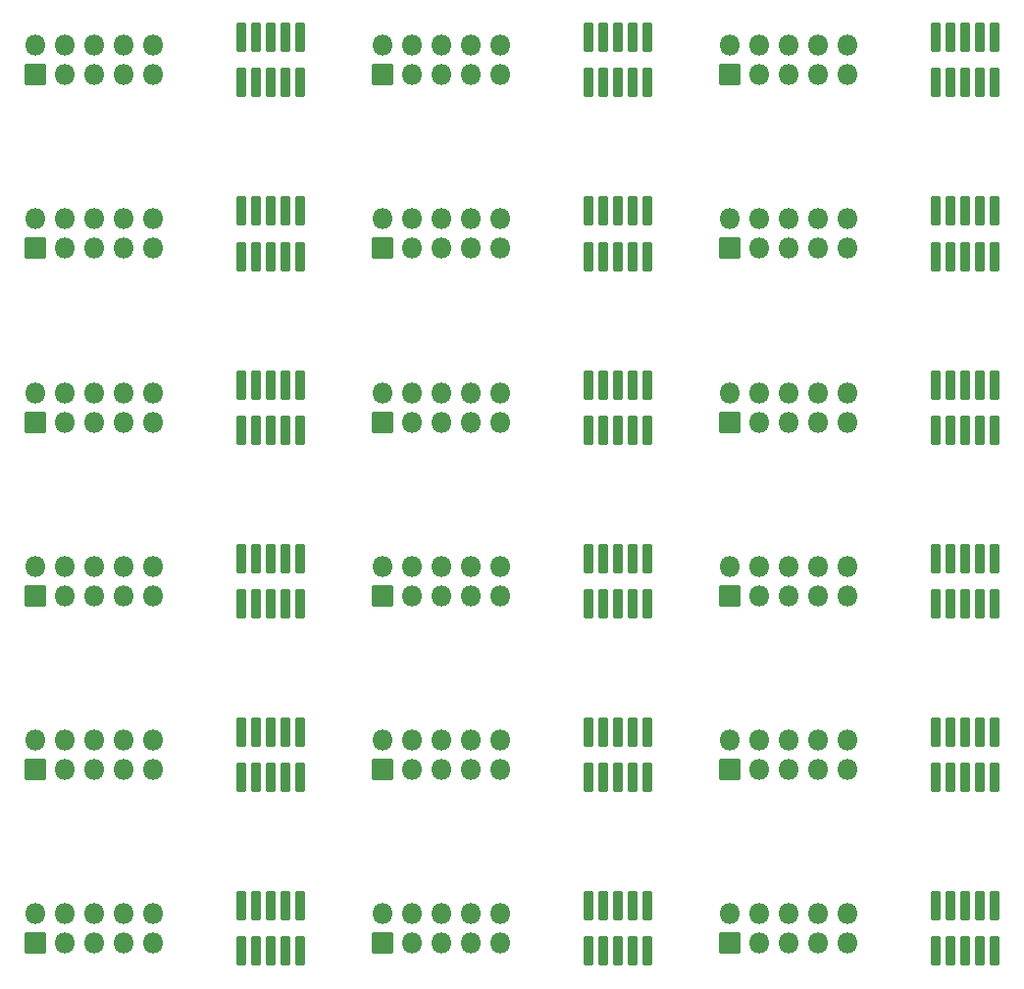
<source format=gbr>
G04 #@! TF.GenerationSoftware,KiCad,Pcbnew,6.0.7-f9a2dced07~116~ubuntu20.04.1*
G04 #@! TF.CreationDate,2022-08-18T12:09:24-05:00*
G04 #@! TF.ProjectId,,58585858-5858-4585-9858-585858585858,rev?*
G04 #@! TF.SameCoordinates,Original*
G04 #@! TF.FileFunction,Soldermask,Top*
G04 #@! TF.FilePolarity,Negative*
%FSLAX46Y46*%
G04 Gerber Fmt 4.6, Leading zero omitted, Abs format (unit mm)*
G04 Created by KiCad (PCBNEW 6.0.7-f9a2dced07~116~ubuntu20.04.1) date 2022-08-18 12:09:24*
%MOMM*%
%LPD*%
G01*
G04 APERTURE LIST*
G04 Aperture macros list*
%AMRoundRect*
0 Rectangle with rounded corners*
0 $1 Rounding radius*
0 $2 $3 $4 $5 $6 $7 $8 $9 X,Y pos of 4 corners*
0 Add a 4 corners polygon primitive as box body*
4,1,4,$2,$3,$4,$5,$6,$7,$8,$9,$2,$3,0*
0 Add four circle primitives for the rounded corners*
1,1,$1+$1,$2,$3*
1,1,$1+$1,$4,$5*
1,1,$1+$1,$6,$7*
1,1,$1+$1,$8,$9*
0 Add four rect primitives between the rounded corners*
20,1,$1+$1,$2,$3,$4,$5,0*
20,1,$1+$1,$4,$5,$6,$7,0*
20,1,$1+$1,$6,$7,$8,$9,0*
20,1,$1+$1,$8,$9,$2,$3,0*%
G04 Aperture macros list end*
%ADD10RoundRect,0.051000X0.370000X-1.200000X0.370000X1.200000X-0.370000X1.200000X-0.370000X-1.200000X0*%
%ADD11RoundRect,0.051000X0.850000X-0.850000X0.850000X0.850000X-0.850000X0.850000X-0.850000X-0.850000X0*%
%ADD12O,1.802000X1.802000*%
G04 APERTURE END LIST*
D10*
X168280000Y-129350000D03*
X168280000Y-125450000D03*
X169550000Y-129350000D03*
X169550000Y-125450000D03*
X170820000Y-129350000D03*
X170820000Y-125450000D03*
X172090000Y-129350000D03*
X172090000Y-125450000D03*
X173360000Y-129350000D03*
X173360000Y-125450000D03*
D11*
X150500000Y-128670000D03*
D12*
X150500000Y-126130000D03*
X153040000Y-128670000D03*
X153040000Y-126130000D03*
X155580000Y-128670000D03*
X155580000Y-126130000D03*
X158120000Y-128670000D03*
X158120000Y-126130000D03*
X160660000Y-128670000D03*
X160660000Y-126130000D03*
D10*
X138280000Y-129350000D03*
X138280000Y-125450000D03*
X139550000Y-129350000D03*
X139550000Y-125450000D03*
X140820000Y-129350000D03*
X140820000Y-125450000D03*
X142090000Y-129350000D03*
X142090000Y-125450000D03*
X143360000Y-129350000D03*
X143360000Y-125450000D03*
D11*
X120500000Y-128670000D03*
D12*
X120500000Y-126130000D03*
X123040000Y-128670000D03*
X123040000Y-126130000D03*
X125580000Y-128670000D03*
X125580000Y-126130000D03*
X128120000Y-128670000D03*
X128120000Y-126130000D03*
X130660000Y-128670000D03*
X130660000Y-126130000D03*
D10*
X108280000Y-129350000D03*
X108280000Y-125450000D03*
X109550000Y-129350000D03*
X109550000Y-125450000D03*
X110820000Y-129350000D03*
X110820000Y-125450000D03*
X112090000Y-129350000D03*
X112090000Y-125450000D03*
X113360000Y-129350000D03*
X113360000Y-125450000D03*
D11*
X90500000Y-128670000D03*
D12*
X90500000Y-126130000D03*
X93040000Y-128670000D03*
X93040000Y-126130000D03*
X95580000Y-128670000D03*
X95580000Y-126130000D03*
X98120000Y-128670000D03*
X98120000Y-126130000D03*
X100660000Y-128670000D03*
X100660000Y-126130000D03*
D10*
X168280000Y-114350000D03*
X168280000Y-110450000D03*
X169550000Y-114350000D03*
X169550000Y-110450000D03*
X170820000Y-114350000D03*
X170820000Y-110450000D03*
X172090000Y-114350000D03*
X172090000Y-110450000D03*
X173360000Y-114350000D03*
X173360000Y-110450000D03*
D11*
X150500000Y-113670000D03*
D12*
X150500000Y-111130000D03*
X153040000Y-113670000D03*
X153040000Y-111130000D03*
X155580000Y-113670000D03*
X155580000Y-111130000D03*
X158120000Y-113670000D03*
X158120000Y-111130000D03*
X160660000Y-113670000D03*
X160660000Y-111130000D03*
D10*
X138280000Y-114350000D03*
X138280000Y-110450000D03*
X139550000Y-114350000D03*
X139550000Y-110450000D03*
X140820000Y-114350000D03*
X140820000Y-110450000D03*
X142090000Y-114350000D03*
X142090000Y-110450000D03*
X143360000Y-114350000D03*
X143360000Y-110450000D03*
D11*
X120500000Y-113670000D03*
D12*
X120500000Y-111130000D03*
X123040000Y-113670000D03*
X123040000Y-111130000D03*
X125580000Y-113670000D03*
X125580000Y-111130000D03*
X128120000Y-113670000D03*
X128120000Y-111130000D03*
X130660000Y-113670000D03*
X130660000Y-111130000D03*
D10*
X108280000Y-114350000D03*
X108280000Y-110450000D03*
X109550000Y-114350000D03*
X109550000Y-110450000D03*
X110820000Y-114350000D03*
X110820000Y-110450000D03*
X112090000Y-114350000D03*
X112090000Y-110450000D03*
X113360000Y-114350000D03*
X113360000Y-110450000D03*
D11*
X90500000Y-113670000D03*
D12*
X90500000Y-111130000D03*
X93040000Y-113670000D03*
X93040000Y-111130000D03*
X95580000Y-113670000D03*
X95580000Y-111130000D03*
X98120000Y-113670000D03*
X98120000Y-111130000D03*
X100660000Y-113670000D03*
X100660000Y-111130000D03*
D10*
X168280000Y-99350000D03*
X168280000Y-95450000D03*
X169550000Y-99350000D03*
X169550000Y-95450000D03*
X170820000Y-99350000D03*
X170820000Y-95450000D03*
X172090000Y-99350000D03*
X172090000Y-95450000D03*
X173360000Y-99350000D03*
X173360000Y-95450000D03*
D11*
X150500000Y-98670000D03*
D12*
X150500000Y-96130000D03*
X153040000Y-98670000D03*
X153040000Y-96130000D03*
X155580000Y-98670000D03*
X155580000Y-96130000D03*
X158120000Y-98670000D03*
X158120000Y-96130000D03*
X160660000Y-98670000D03*
X160660000Y-96130000D03*
D10*
X138280000Y-99350000D03*
X138280000Y-95450000D03*
X139550000Y-99350000D03*
X139550000Y-95450000D03*
X140820000Y-99350000D03*
X140820000Y-95450000D03*
X142090000Y-99350000D03*
X142090000Y-95450000D03*
X143360000Y-99350000D03*
X143360000Y-95450000D03*
D11*
X120500000Y-98670000D03*
D12*
X120500000Y-96130000D03*
X123040000Y-98670000D03*
X123040000Y-96130000D03*
X125580000Y-98670000D03*
X125580000Y-96130000D03*
X128120000Y-98670000D03*
X128120000Y-96130000D03*
X130660000Y-98670000D03*
X130660000Y-96130000D03*
D10*
X108280000Y-99350000D03*
X108280000Y-95450000D03*
X109550000Y-99350000D03*
X109550000Y-95450000D03*
X110820000Y-99350000D03*
X110820000Y-95450000D03*
X112090000Y-99350000D03*
X112090000Y-95450000D03*
X113360000Y-99350000D03*
X113360000Y-95450000D03*
D11*
X90500000Y-98670000D03*
D12*
X90500000Y-96130000D03*
X93040000Y-98670000D03*
X93040000Y-96130000D03*
X95580000Y-98670000D03*
X95580000Y-96130000D03*
X98120000Y-98670000D03*
X98120000Y-96130000D03*
X100660000Y-98670000D03*
X100660000Y-96130000D03*
D10*
X168280000Y-84350000D03*
X168280000Y-80450000D03*
X169550000Y-84350000D03*
X169550000Y-80450000D03*
X170820000Y-84350000D03*
X170820000Y-80450000D03*
X172090000Y-84350000D03*
X172090000Y-80450000D03*
X173360000Y-84350000D03*
X173360000Y-80450000D03*
D11*
X150500000Y-83670000D03*
D12*
X150500000Y-81130000D03*
X153040000Y-83670000D03*
X153040000Y-81130000D03*
X155580000Y-83670000D03*
X155580000Y-81130000D03*
X158120000Y-83670000D03*
X158120000Y-81130000D03*
X160660000Y-83670000D03*
X160660000Y-81130000D03*
D10*
X138280000Y-84350000D03*
X138280000Y-80450000D03*
X139550000Y-84350000D03*
X139550000Y-80450000D03*
X140820000Y-84350000D03*
X140820000Y-80450000D03*
X142090000Y-84350000D03*
X142090000Y-80450000D03*
X143360000Y-84350000D03*
X143360000Y-80450000D03*
D11*
X120500000Y-83670000D03*
D12*
X120500000Y-81130000D03*
X123040000Y-83670000D03*
X123040000Y-81130000D03*
X125580000Y-83670000D03*
X125580000Y-81130000D03*
X128120000Y-83670000D03*
X128120000Y-81130000D03*
X130660000Y-83670000D03*
X130660000Y-81130000D03*
D10*
X108280000Y-84350000D03*
X108280000Y-80450000D03*
X109550000Y-84350000D03*
X109550000Y-80450000D03*
X110820000Y-84350000D03*
X110820000Y-80450000D03*
X112090000Y-84350000D03*
X112090000Y-80450000D03*
X113360000Y-84350000D03*
X113360000Y-80450000D03*
D11*
X90500000Y-83670000D03*
D12*
X90500000Y-81130000D03*
X93040000Y-83670000D03*
X93040000Y-81130000D03*
X95580000Y-83670000D03*
X95580000Y-81130000D03*
X98120000Y-83670000D03*
X98120000Y-81130000D03*
X100660000Y-83670000D03*
X100660000Y-81130000D03*
D10*
X168280000Y-69350000D03*
X168280000Y-65450000D03*
X169550000Y-69350000D03*
X169550000Y-65450000D03*
X170820000Y-69350000D03*
X170820000Y-65450000D03*
X172090000Y-69350000D03*
X172090000Y-65450000D03*
X173360000Y-69350000D03*
X173360000Y-65450000D03*
D11*
X150500000Y-68670000D03*
D12*
X150500000Y-66130000D03*
X153040000Y-68670000D03*
X153040000Y-66130000D03*
X155580000Y-68670000D03*
X155580000Y-66130000D03*
X158120000Y-68670000D03*
X158120000Y-66130000D03*
X160660000Y-68670000D03*
X160660000Y-66130000D03*
D10*
X138280000Y-69350000D03*
X138280000Y-65450000D03*
X139550000Y-69350000D03*
X139550000Y-65450000D03*
X140820000Y-69350000D03*
X140820000Y-65450000D03*
X142090000Y-69350000D03*
X142090000Y-65450000D03*
X143360000Y-69350000D03*
X143360000Y-65450000D03*
D11*
X120500000Y-68670000D03*
D12*
X120500000Y-66130000D03*
X123040000Y-68670000D03*
X123040000Y-66130000D03*
X125580000Y-68670000D03*
X125580000Y-66130000D03*
X128120000Y-68670000D03*
X128120000Y-66130000D03*
X130660000Y-68670000D03*
X130660000Y-66130000D03*
D10*
X108280000Y-69350000D03*
X108280000Y-65450000D03*
X109550000Y-69350000D03*
X109550000Y-65450000D03*
X110820000Y-69350000D03*
X110820000Y-65450000D03*
X112090000Y-69350000D03*
X112090000Y-65450000D03*
X113360000Y-69350000D03*
X113360000Y-65450000D03*
D11*
X90500000Y-68670000D03*
D12*
X90500000Y-66130000D03*
X93040000Y-68670000D03*
X93040000Y-66130000D03*
X95580000Y-68670000D03*
X95580000Y-66130000D03*
X98120000Y-68670000D03*
X98120000Y-66130000D03*
X100660000Y-68670000D03*
X100660000Y-66130000D03*
D10*
X168280000Y-54350000D03*
X168280000Y-50450000D03*
X169550000Y-54350000D03*
X169550000Y-50450000D03*
X170820000Y-54350000D03*
X170820000Y-50450000D03*
X172090000Y-54350000D03*
X172090000Y-50450000D03*
X173360000Y-54350000D03*
X173360000Y-50450000D03*
D11*
X150500000Y-53670000D03*
D12*
X150500000Y-51130000D03*
X153040000Y-53670000D03*
X153040000Y-51130000D03*
X155580000Y-53670000D03*
X155580000Y-51130000D03*
X158120000Y-53670000D03*
X158120000Y-51130000D03*
X160660000Y-53670000D03*
X160660000Y-51130000D03*
D10*
X138280000Y-54350000D03*
X138280000Y-50450000D03*
X139550000Y-54350000D03*
X139550000Y-50450000D03*
X140820000Y-54350000D03*
X140820000Y-50450000D03*
X142090000Y-54350000D03*
X142090000Y-50450000D03*
X143360000Y-54350000D03*
X143360000Y-50450000D03*
D11*
X120500000Y-53670000D03*
D12*
X120500000Y-51130000D03*
X123040000Y-53670000D03*
X123040000Y-51130000D03*
X125580000Y-53670000D03*
X125580000Y-51130000D03*
X128120000Y-53670000D03*
X128120000Y-51130000D03*
X130660000Y-53670000D03*
X130660000Y-51130000D03*
D11*
X90500000Y-53670000D03*
D12*
X90500000Y-51130000D03*
X93040000Y-53670000D03*
X93040000Y-51130000D03*
X95580000Y-53670000D03*
X95580000Y-51130000D03*
X98120000Y-53670000D03*
X98120000Y-51130000D03*
X100660000Y-53670000D03*
X100660000Y-51130000D03*
D10*
X108280000Y-54350000D03*
X108280000Y-50450000D03*
X109550000Y-54350000D03*
X109550000Y-50450000D03*
X110820000Y-54350000D03*
X110820000Y-50450000D03*
X112090000Y-54350000D03*
X112090000Y-50450000D03*
X113360000Y-54350000D03*
X113360000Y-50450000D03*
M02*

</source>
